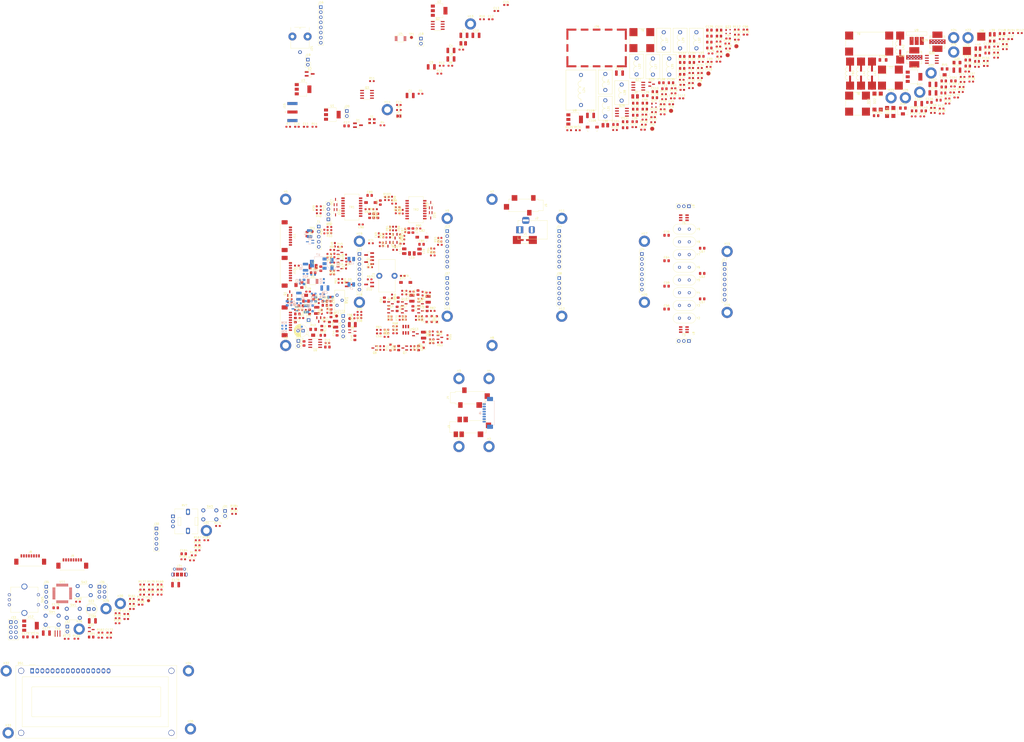
<source format=kicad_pcb>
(kicad_pcb (version 20211014) (generator pcbnew)

  (general
    (thickness 1.6)
  )

  (paper "A4")
  (layers
    (0 "F.Cu" signal)
    (31 "B.Cu" signal)
    (32 "B.Adhes" user "B.Adhesive")
    (33 "F.Adhes" user "F.Adhesive")
    (34 "B.Paste" user)
    (35 "F.Paste" user)
    (36 "B.SilkS" user "B.Silkscreen")
    (37 "F.SilkS" user "F.Silkscreen")
    (38 "B.Mask" user)
    (39 "F.Mask" user)
    (40 "Dwgs.User" user "User.Drawings")
    (41 "Cmts.User" user "User.Comments")
    (42 "Eco1.User" user "User.Eco1")
    (43 "Eco2.User" user "User.Eco2")
    (44 "Edge.Cuts" user)
    (45 "Margin" user)
    (46 "B.CrtYd" user "B.Courtyard")
    (47 "F.CrtYd" user "F.Courtyard")
    (48 "B.Fab" user)
    (49 "F.Fab" user)
    (50 "User.1" user)
    (51 "User.2" user)
    (52 "User.3" user)
    (53 "User.4" user)
    (54 "User.5" user)
    (55 "User.6" user)
    (56 "User.7" user)
    (57 "User.8" user)
    (58 "User.9" user)
  )

  (setup
    (stackup
      (layer "F.SilkS" (type "Top Silk Screen"))
      (layer "F.Paste" (type "Top Solder Paste"))
      (layer "F.Mask" (type "Top Solder Mask") (thickness 0.01))
      (layer "F.Cu" (type "copper") (thickness 0.035))
      (layer "dielectric 1" (type "core") (thickness 1.51) (material "FR4") (epsilon_r 4.5) (loss_tangent 0.02))
      (layer "B.Cu" (type "copper") (thickness 0.035))
      (layer "B.Mask" (type "Bottom Solder Mask") (thickness 0.01))
      (layer "B.Paste" (type "Bottom Solder Paste"))
      (layer "B.SilkS" (type "Bottom Silk Screen"))
      (copper_finish "None")
      (dielectric_constraints no)
    )
    (pad_to_mask_clearance 0)
    (pcbplotparams
      (layerselection 0x00010fc_ffffffff)
      (disableapertmacros false)
      (usegerberextensions false)
      (usegerberattributes true)
      (usegerberadvancedattributes true)
      (creategerberjobfile true)
      (svguseinch false)
      (svgprecision 6)
      (excludeedgelayer true)
      (plotframeref false)
      (viasonmask false)
      (mode 1)
      (useauxorigin false)
      (hpglpennumber 1)
      (hpglpenspeed 20)
      (hpglpendiameter 15.000000)
      (dxfpolygonmode true)
      (dxfimperialunits true)
      (dxfusepcbnewfont true)
      (psnegative false)
      (psa4output false)
      (plotreference true)
      (plotvalue true)
      (plotinvisibletext false)
      (sketchpadsonfab false)
      (subtractmaskfromsilk false)
      (outputformat 1)
      (mirror false)
      (drillshape 1)
      (scaleselection 1)
      (outputdirectory "")
    )
  )

  (net 0 "")
  (net 1 "+12V")
  (net 2 "GND")
  (net 3 "Net-(C2-Pad1)")
  (net 4 "Net-(C3-Pad1)")
  (net 5 "+3.3V")
  (net 6 "+9VA")
  (net 7 "/MIC")
  (net 8 "Net-(C6-Pad2)")
  (net 9 "+5VA")
  (net 10 "Net-(C10-Pad1)")
  (net 11 "Net-(C11-Pad1)")
  (net 12 "Net-(C11-Pad2)")
  (net 13 "Net-(C14-Pad1)")
  (net 14 "Net-(C14-Pad2)")
  (net 15 "Net-(C15-Pad1)")
  (net 16 "/BFO")
  (net 17 "Net-(C16-Pad1)")
  (net 18 "Net-(C16-Pad2)")
  (net 19 "Net-(C17-Pad1)")
  (net 20 "Net-(C17-Pad2)")
  (net 21 "Net-(C18-Pad1)")
  (net 22 "Net-(C18-Pad2)")
  (net 23 "Net-(C19-Pad1)")
  (net 24 "Net-(C19-Pad2)")
  (net 25 "Net-(C20-Pad1)")
  (net 26 "Net-(C20-Pad2)")
  (net 27 "Net-(C22-Pad1)")
  (net 28 "Net-(C23-Pad1)")
  (net 29 "Net-(C23-Pad2)")
  (net 30 "Net-(C25-Pad1)")
  (net 31 "Net-(C25-Pad2)")
  (net 32 "Net-(C26-Pad1)")
  (net 33 "Net-(C27-Pad1)")
  (net 34 "Net-(C27-Pad2)")
  (net 35 "Net-(C28-Pad1)")
  (net 36 "+VRX")
  (net 37 "Net-(C31-Pad1)")
  (net 38 "Net-(C33-Pad1)")
  (net 39 "/Baseband/VAGC")
  (net 40 "Net-(C37-Pad1)")
  (net 41 "Net-(C39-Pad1)")
  (net 42 "Net-(C39-Pad2)")
  (net 43 "Net-(C40-Pad2)")
  (net 44 "Net-(C41-Pad2)")
  (net 45 "Net-(C42-Pad1)")
  (net 46 "/Baseband/SPKR_OUT")
  (net 47 "Net-(C43-Pad2)")
  (net 48 "Net-(C44-Pad2)")
  (net 49 "Net-(C45-Pad1)")
  (net 50 "Net-(C45-Pad2)")
  (net 51 "Net-(C46-Pad1)")
  (net 52 "Net-(C46-Pad2)")
  (net 53 "Net-(C47-Pad1)")
  (net 54 "Net-(C47-Pad2)")
  (net 55 "Net-(C48-Pad1)")
  (net 56 "Net-(C48-Pad2)")
  (net 57 "Net-(C49-Pad1)")
  (net 58 "Net-(C49-Pad2)")
  (net 59 "Net-(C50-Pad1)")
  (net 60 "Net-(C51-Pad2)")
  (net 61 "Net-(C52-Pad1)")
  (net 62 "Net-(C53-Pad1)")
  (net 63 "Net-(C53-Pad2)")
  (net 64 "Net-(C54-Pad2)")
  (net 65 "Net-(C55-Pad1)")
  (net 66 "Net-(C55-Pad2)")
  (net 67 "Net-(C56-Pad2)")
  (net 68 "Net-(C57-Pad2)")
  (net 69 "Net-(C58-Pad1)")
  (net 70 "Net-(C59-Pad2)")
  (net 71 "Net-(C60-Pad2)")
  (net 72 "Net-(C61-Pad1)")
  (net 73 "Net-(C62-Pad2)")
  (net 74 "Net-(C63-Pad2)")
  (net 75 "Net-(C64-Pad2)")
  (net 76 "Net-(C65-Pad1)")
  (net 77 "Net-(C65-Pad2)")
  (net 78 "Net-(C66-Pad2)")
  (net 79 "Net-(C67-Pad2)")
  (net 80 "Net-(C68-Pad1)")
  (net 81 "Net-(C69-Pad1)")
  (net 82 "Net-(C69-Pad2)")
  (net 83 "Net-(C70-Pad2)")
  (net 84 "Net-(C71-Pad2)")
  (net 85 "Net-(C72-Pad1)")
  (net 86 "Net-(C72-Pad2)")
  (net 87 "Net-(C73-Pad2)")
  (net 88 "Net-(C74-Pad2)")
  (net 89 "Net-(C75-Pad2)")
  (net 90 "Net-(C76-Pad1)")
  (net 91 "Net-(C76-Pad2)")
  (net 92 "Net-(C78-Pad1)")
  (net 93 "Net-(C80-Pad1)")
  (net 94 "Net-(C80-Pad2)")
  (net 95 "Net-(C81-Pad1)")
  (net 96 "Net-(C81-Pad2)")
  (net 97 "Net-(C82-Pad1)")
  (net 98 "Net-(C82-Pad2)")
  (net 99 "Net-(C83-Pad2)")
  (net 100 "Net-(C86-Pad1)")
  (net 101 "Net-(C86-Pad2)")
  (net 102 "Net-(C87-Pad2)")
  (net 103 "Net-(C90-Pad2)")
  (net 104 "Net-(C100-Pad1)")
  (net 105 "/70MHz VHF Frontend/VHF_RX")
  (net 106 "Net-(C93-Pad1)")
  (net 107 "/70MHz VHF Frontend/TX_FROM_MIX")
  (net 108 "Net-(C94-Pad2)")
  (net 109 "Net-(C96-Pad2)")
  (net 110 "Net-(C100-Pad2)")
  (net 111 "Net-(C101-Pad2)")
  (net 112 "Net-(C102-Pad2)")
  (net 113 "Net-(C103-Pad1)")
  (net 114 "Net-(C104-Pad2)")
  (net 115 "Net-(C106-Pad1)")
  (net 116 "Net-(C107-Pad2)")
  (net 117 "Net-(C108-Pad1)")
  (net 118 "Net-(C109-Pad2)")
  (net 119 "/70MHz VHF Frontend/+VTX_FE")
  (net 120 "Net-(C111-Pad2)")
  (net 121 "Net-(C112-Pad1)")
  (net 122 "Net-(C112-Pad2)")
  (net 123 "Net-(C114-Pad2)")
  (net 124 "Net-(C115-Pad2)")
  (net 125 "/70MHz VHF Frontend/12V")
  (net 126 "Net-(C118-Pad2)")
  (net 127 "Net-(C119-Pad1)")
  (net 128 "Net-(C120-Pad1)")
  (net 129 "Net-(C120-Pad2)")
  (net 130 "Net-(C121-Pad1)")
  (net 131 "Net-(C125-Pad2)")
  (net 132 "Net-(C126-Pad1)")
  (net 133 "Net-(C128-Pad1)")
  (net 134 "Net-(C128-Pad2)")
  (net 135 "Net-(C129-Pad1)")
  (net 136 "/70MHz VHF Frontend/RX_TO_MIX")
  (net 137 "/70MHz VHF Frontend/VHF_TX")
  (net 138 "Net-(C136-Pad1)")
  (net 139 "Net-(C136-Pad2)")
  (net 140 "/PA 70MHz/12V")
  (net 141 "VGG1")
  (net 142 "Net-(C140-Pad1)")
  (net 143 "Net-(C140-Pad2)")
  (net 144 "Net-(C143-Pad1)")
  (net 145 "Net-(C143-Pad2)")
  (net 146 "Net-(C144-Pad1)")
  (net 147 "Net-(C144-Pad2)")
  (net 148 "VGG2")
  (net 149 "Net-(C147-Pad1)")
  (net 150 "Net-(C147-Pad2)")
  (net 151 "Net-(C148-Pad1)")
  (net 152 "Net-(C148-Pad2)")
  (net 153 "Net-(C149-Pad1)")
  (net 154 "Net-(C152-Pad1)")
  (net 155 "/PA 70MHz/VG_5V")
  (net 156 "Net-(C155-Pad2)")
  (net 157 "Net-(C156-Pad2)")
  (net 158 "Net-(C159-Pad2)")
  (net 159 "Net-(C161-Pad2)")
  (net 160 "Net-(C162-Pad2)")
  (net 161 "/PA 70MHz/PA_OUT")
  (net 162 "/Control on separate board/ENC_B")
  (net 163 "/Control on separate board/ENC_A")
  (net 164 "/Control on separate board/3.3V_UI")
  (net 165 "Net-(C169-Pad1)")
  (net 166 "Net-(C171-Pad1)")
  (net 167 "Net-(C172-Pad1)")
  (net 168 "Net-(C173-Pad2)")
  (net 169 "/Control on separate board/CW_TONE")
  (net 170 "Net-(C176-Pad1)")
  (net 171 "/Control on separate board/5V")
  (net 172 "Net-(D2-Pad1)")
  (net 173 "Net-(D5-Pad1)")
  (net 174 "Net-(D5-Pad2)")
  (net 175 "Net-(D6-Pad1)")
  (net 176 "Net-(D6-Pad2)")
  (net 177 "Net-(D7-Pad2)")
  (net 178 "Net-(D8-Pad2)")
  (net 179 "Net-(D9-Pad1)")
  (net 180 "Net-(D10-Pad3)")
  (net 181 "Net-(D10-Pad1)")
  (net 182 "Net-(D11-Pad1)")
  (net 183 "Net-(D11-Pad3)")
  (net 184 "Net-(D13-Pad2)")
  (net 185 "Net-(D14-Pad2)")
  (net 186 "Net-(D15-Pad2)")
  (net 187 "Net-(D16-Pad1)")
  (net 188 "Net-(D16-Pad2)")
  (net 189 "Net-(D16-Pad3)")
  (net 190 "Net-(D17-Pad3)")
  (net 191 "Net-(D18-Pad1)")
  (net 192 "Net-(D18-Pad2)")
  (net 193 "Net-(D18-Pad3)")
  (net 194 "Net-(D19-Pad3)")
  (net 195 "Net-(D20-Pad2)")
  (net 196 "Net-(D21-Pad2)")
  (net 197 "/Control on separate board/STATUSn")
  (net 198 "Net-(D23-Pad2)")
  (net 199 "unconnected-(DS1-Pad1)")
  (net 200 "unconnected-(DS1-Pad2)")
  (net 201 "unconnected-(DS1-Pad3)")
  (net 202 "unconnected-(DS1-Pad4)")
  (net 203 "unconnected-(DS1-Pad5)")
  (net 204 "unconnected-(DS1-Pad6)")
  (net 205 "unconnected-(DS1-Pad7)")
  (net 206 "unconnected-(DS1-Pad8)")
  (net 207 "unconnected-(DS1-Pad9)")
  (net 208 "unconnected-(DS1-Pad10)")
  (net 209 "unconnected-(DS1-Pad11)")
  (net 210 "unconnected-(DS1-Pad12)")
  (net 211 "unconnected-(DS1-Pad13)")
  (net 212 "unconnected-(DS1-Pad14)")
  (net 213 "unconnected-(DS1-Pad15)")
  (net 214 "unconnected-(DS1-Pad16)")
  (net 215 "Net-(FB1-Pad2)")
  (net 216 "Net-(FB3-Pad1)")
  (net 217 "unconnected-(J3-PadNC)")
  (net 218 "Net-(J3-PadR1)")
  (net 219 "unconnected-(J3-PadR2)")
  (net 220 "Net-(J3-PadS)")
  (net 221 "Net-(J3-PadT)")
  (net 222 "unconnected-(J3-PadTN)")
  (net 223 "Net-(J4-PadR)")
  (net 224 "Net-(J4-PadTN)")
  (net 225 "/CW_RING")
  (net 226 "/CW_TIP")
  (net 227 "unconnected-(J5-PadTN)")
  (net 228 "unconnected-(J6-Pad5)")
  (net 229 "Net-(J7-Pad1)")
  (net 230 "unconnected-(J7-Pad4)")
  (net 231 "/Baseband/SPKR_DET")
  (net 232 "/Control on separate board/CW_TIP")
  (net 233 "/Control on separate board/CW_RING")
  (net 234 "/Control on separate board/CW_KEYn")
  (net 235 "/Control on separate board/MIC_PTTn")
  (net 236 "/Control on separate board/EN_TX")
  (net 237 "/Control on separate board/EN_RX")
  (net 238 "/Control on separate board/S_METER")
  (net 239 "/Control on separate board/SCL")
  (net 240 "/Control on separate board/SDA")
  (net 241 "/Control on separate board/MUTE_MICn")
  (net 242 "/Control on separate board/SPKR_VOL")
  (net 243 "unconnected-(J9-Pad6)")
  (net 244 "/EN_VRX")
  (net 245 "/EN_VTX")
  (net 246 "/MIC_PTTn")
  (net 247 "/Baseband/CW_KEYn")
  (net 248 "/Baseband/CW_TONE")
  (net 249 "unconnected-(J12-Pad3)")
  (net 250 "/Baseband/SPKR_VOL")
  (net 251 "/MUTE_MICn")
  (net 252 "/SDA")
  (net 253 "/SCL")
  (net 254 "/S_METER")
  (net 255 "/Baseband/VHF_IN")
  (net 256 "/Baseband/VHF_OUT")
  (net 257 "/70MHz VHF Frontend/EN_VRX")
  (net 258 "/70MHz VHF Frontend/EN_VTX")
  (net 259 "/PA 70MHz/PA_IN")
  (net 260 "/PA 70MHz/EN_PA")
  (net 261 "/CLK1")
  (net 262 "Net-(J22-Pad2)")
  (net 263 "+VTX")
  (net 264 "Net-(J24-Pad2)")
  (net 265 "unconnected-(J24-Pad4)")
  (net 266 "unconnected-(J24-Pad5)")
  (net 267 "Net-(J24-Pad7)")
  (net 268 "/Control on separate board/DISP_LAT")
  (net 269 "/Control on separate board/I2C2_SDA")
  (net 270 "/Control on separate board/I2C2_SCL")
  (net 271 "/Control on separate board/PC14")
  (net 272 "/Control on separate board/PC13")
  (net 273 "Net-(J32-Pad1)")
  (net 274 "/Control on separate board/PA0")
  (net 275 "/Control on separate board/USART1_TX")
  (net 276 "/Control on separate board/USART1_RX")
  (net 277 "/Control on separate board/PB15")
  (net 278 "unconnected-(J34-Pad1)")
  (net 279 "/Control on separate board/USB_DM")
  (net 280 "/Control on separate board/USB_DP")
  (net 281 "Net-(J34-Pad4)")
  (net 282 "/Control on separate board/SWCLK")
  (net 283 "/Control on separate board/SWDIO")
  (net 284 "/Control on separate board/RESETn")
  (net 285 "Net-(J36-Pad3)")
  (net 286 "Net-(J36-Pad4)")
  (net 287 "/LO1")
  (net 288 "Net-(L14-Pad1)")
  (net 289 "Net-(L15-Pad1)")
  (net 290 "Net-(L19-Pad1)")
  (net 291 "Net-(L21-Pad2)")
  (net 292 "Net-(L23-Pad2)")
  (net 293 "Net-(L25-Pad2)")
  (net 294 "Net-(L39-Pad2)")
  (net 295 "Net-(L40-Pad2)")
  (net 296 "Net-(Q1-Pad1)")
  (net 297 "Net-(Q2-Pad4)")
  (net 298 "Net-(Q3-Pad4)")
  (net 299 "Net-(Q6-Pad1)")
  (net 300 "Net-(Q6-Pad2)")
  (net 301 "Net-(Q7-Pad1)")
  (net 302 "Net-(Q10-Pad1)")
  (net 303 "Net-(Q10-Pad2)")
  (net 304 "Net-(Q11-Pad1)")
  (net 305 "Net-(Q11-Pad3)")
  (net 306 "Net-(Q13-Pad1)")
  (net 307 "Net-(Q14-Pad2)")
  (net 308 "Net-(Q14-Pad3)")
  (net 309 "Net-(Q16-Pad2)")
  (net 310 "Net-(Q18-Pad2)")
  (net 311 "Net-(Q20-Pad1)")
  (net 312 "Net-(Q21-Pad1)")
  (net 313 "Net-(Q23-Pad1)")
  (net 314 "Net-(Q24-Pad4)")
  (net 315 "/70MHz VHF Frontend/+9V_FE")
  (net 316 "Net-(Q26-Pad4)")
  (net 317 "/70MHz VHF Frontend/+VRX_FE")
  (net 318 "Net-(Q27-Pad4)")
  (net 319 "Net-(Q30-Pad4)")
  (net 320 "Net-(R22-Pad2)")
  (net 321 "Net-(R23-Pad2)")
  (net 322 "Net-(R28-Pad2)")
  (net 323 "Net-(R31-Pad1)")
  (net 324 "Net-(R31-Pad2)")
  (net 325 "Net-(R35-Pad1)")
  (net 326 "Net-(R36-Pad1)")
  (net 327 "Net-(R93-Pad1)")
  (net 328 "Net-(R103-Pad2)")
  (net 329 "Net-(R104-Pad2)")
  (net 330 "Net-(R100-Pad1)")
  (net 331 "Net-(R101-Pad1)")
  (net 332 "Net-(R111-Pad2)")
  (net 333 "Net-(R135-Pad1)")
  (net 334 "Net-(R140-Pad1)")
  (net 335 "Net-(J27-Pad1)")
  (net 336 "Net-(R157-Pad1)")
  (net 337 "Net-(R159-Pad1)")
  (net 338 "Net-(R160-Pad1)")
  (net 339 "Net-(R161-Pad2)")
  (net 340 "/Control on separate board/BTN0")
  (net 341 "/Control on separate board/BTN1")
  (net 342 "/Control on separate board/BTN2")
  (net 343 "/Control on separate board/BTN3")
  (net 344 "Net-(R168-Pad1)")
  (net 345 "/Control on separate board/ENC_BTN")
  (net 346 "/Control on separate board/XTAL1")
  (net 347 "/Control on separate board/XTAL2")
  (net 348 "/Control on separate board/PWM_CW")
  (net 349 "/Control on separate board/MUTE_SPKR")
  (net 350 "Net-(R178-Pad2)")
  (net 351 "Net-(R179-Pad2)")
  (net 352 "Net-(R180-Pad2)")
  (net 353 "/Control on separate board/BOOT0")
  (net 354 "/Control on separate board/BOOT1")
  (net 355 "unconnected-(T3-Pad2)")
  (net 356 "unconnected-(T5-Pad2)")
  (net 357 "unconnected-(TR1-Pad10)")
  (net 358 "unconnected-(TR1-Pad15)")
  (net 359 "unconnected-(TR2-Pad10)")
  (net 360 "unconnected-(TR2-Pad15)")
  (net 361 "Net-(U4-Pad3)")
  (net 362 "unconnected-(U11-Pad14)")
  (net 363 "unconnected-(U11-Pad40)")
  (net 364 "Net-(D22-Pad2)")
  (net 365 "unconnected-(T4-Pad2)")
  (net 366 "Net-(D1-Pad1)")
  (net 367 "Net-(J16-Pad5)")
  (net 368 "unconnected-(J37-Pad6)")
  (net 369 "unconnected-(J38-Pad6)")
  (net 370 "/Baseband/3V3_MIC")
  (net 371 "Net-(U5-Pad6)")

  (footprint "Capacitor_SMD:C_0603_1608Metric_Pad1.08x0.95mm_HandSolder" (layer "F.Cu") (at -75.99 242.44))

  (footprint "Capacitor_SMD:C_0805_2012Metric_Pad1.18x1.45mm_HandSolder" (layer "F.Cu") (at -34.37 200.55))

  (footprint "Resistor_SMD:R_0603_1608Metric_Pad0.98x0.95mm_HandSolder" (layer "F.Cu") (at 200.312 -20.032))

  (footprint "Crystal:Crystal_HC49-U_Vertical" (layer "F.Cu") (at 213.065 63.81))

  (footprint "Resistor_SMD:R_0603_1608Metric_Pad0.98x0.95mm_HandSolder" (layer "F.Cu") (at 365.954 -45.614))

  (footprint "Resistor_SMD:R_0603_1608Metric_Pad0.98x0.95mm_HandSolder" (layer "F.Cu") (at 89.916 79.248))

  (footprint "Package_SO:MSOP-10_3x3mm_P0.5mm" (layer "F.Cu") (at 29.972 64.516))

  (footprint "Connector_Molex:Molex_PicoBlade_53261-0871_1x08-1MP_P1.25mm_Horizontal" (layer "F.Cu") (at 16.495 41.91 -90))

  (footprint "mpb:four_4mm_pads_narrow" (layer "F.Cu") (at 318.349 -37.179))

  (footprint "Potentiometer_SMD:Potentiometer_Bourns_3214W_Vertical" (layer "F.Cu") (at 23.114 66.294 -90))

  (footprint "Potentiometer_SMD:Potentiometer_Bourns_3214W_Vertical" (layer "F.Cu") (at 26.67 72.898 180))

  (footprint "Resistor_SMD:R_0603_1608Metric_Pad0.98x0.95mm_HandSolder" (layer "F.Cu") (at 228.572 -49.332))

  (footprint "Capacitor_SMD:C_0603_1608Metric_Pad1.08x0.95mm_HandSolder" (layer "F.Cu") (at 214.062 -26.922))

  (footprint "Package_TO_SOT_SMD:SOT-223-3_TabPin2" (layer "F.Cu") (at 25.19 -31.47))

  (footprint "Resistor_SMD:R_0603_1608Metric_Pad0.98x0.95mm_HandSolder" (layer "F.Cu") (at 59.0785 45.466))

  (footprint "Capacitor_SMD:C_0603_1608Metric_Pad1.08x0.95mm_HandSolder" (layer "F.Cu") (at 41.0695 46.228 90))

  (footprint "Capacitor_SMD:C_1210_3225Metric_Pad1.33x2.70mm_HandSolder" (layer "F.Cu") (at 111.5 -58.39))

  (footprint "Capacitor_SMD:C_1210_3225Metric_Pad1.33x2.70mm_HandSolder" (layer "F.Cu") (at 99 -46.59))

  (footprint "Resistor_SMD:R_0603_1608Metric_Pad0.98x0.95mm_HandSolder" (layer "F.Cu") (at 204.662 -21.462))

  (footprint "Capacitor_SMD:C_0805_2012Metric_Pad1.18x1.45mm_HandSolder" (layer "F.Cu") (at 344.974 -32.604))

  (footprint "Capacitor_SMD:C_0805_2012Metric_Pad1.18x1.45mm_HandSolder" (layer "F.Cu") (at 369.114 -55.524))

  (footprint "Diode_SMD:D_SOD-123F" (layer "F.Cu") (at 86.868 83.312 90))

  (footprint "Resistor_SMD:R_0603_1608Metric_Pad0.98x0.95mm_HandSolder" (layer "F.Cu") (at 38.354 40.386 180))

  (footprint "mpb:PLD-1.5W" (layer "F.Cu") (at 341.809 -55.199))

  (footprint "Capacitor_SMD:C_0805_2012Metric_Pad1.18x1.45mm_HandSolder" (layer "F.Cu") (at 337.824 -24.914))

  (footprint "Capacitor_SMD:C_0805_2012Metric_Pad1.18x1.45mm_HandSolder" (layer "F.Cu") (at 219.242 -47.852))

  (footprint "Resistor_SMD:R_0805_2012Metric" (layer "F.Cu") (at 361.574 -45.394))

  (footprint "Connector_BarrelJack:BarrelJack_Horizontal" (layer "F.Cu") (at 133.35 38.735 180))

  (footprint "Resistor_SMD:R_0603_1608Metric_Pad0.98x0.95mm_HandSolder" (layer "F.Cu") (at 371.134 -52.764))

  (footprint "Connector_Molex:Molex_PicoBlade_53261-0871_1x08-1MP_P1.25mm_Horizontal" (layer "F.Cu") (at 16.495 59.69 -90))

  (footprint "Package_TO_SOT_SMD:SOT-23" (layer "F.Cu") (at 60.96 97.79 180))

  (footprint "MountingHole:MountingHole_3.2mm_M3_DIN965_Pad" (layer "F.Cu") (at -86.55 238.15))

  (footprint "Resistor_SMD:R_0603_1608Metric_Pad0.98x0.95mm_HandSolder" (layer "F.Cu") (at 98.72 -43.21))

  (footprint "Resistor_SMD:R_0603_1608Metric_Pad0.98x0.95mm_HandSolder" (layer "F.Cu") (at 46.6575 52.07 90))

  (footprint "Inductor_SMD:L_1008_2520Metric_Pad1.43x2.20mm_HandSolder" (layer "F.Cu") (at 83.312 49.53 -90))

  (footprint "Inductor_SMD:L_1008_2520Metric_Pad1.43x2.20mm_HandSolder" (layer "F.Cu") (at 105.13 -54.39))

  (footprint "Connector_PinHeader_2.54mm:PinHeader_2x04_P2.54mm_Vertical" (layer "F.Cu") (at -120.65 234.65))

  (footprint "Package_TO_SOT_SMD:SOT-23_Handsoldering" (layer "F.Cu") (at 58.166 54.864 180))

  (footprint "Capacitor_SMD:C_0805_2012Metric_Pad1.18x1.45mm_HandSolder" (layer "F.Cu") (at 311.214 -18.274))

  (footprint "Capacitor_SMD:C_0603_1608Metric_Pad1.08x0.95mm_HandSolder" (layer "F.Cu") (at 40.8155 51.562 90))

  (footprint "mpb:two_4mm_pads" (layer "F.Cu") (at 135.89 43.815 -90))

  (footprint "Capacitor_SMD:C_0805_2012Metric_Pad1.18x1.45mm_HandSolder" (layer "F.Cu") (at 82.804 97.79 -90))

  (footprint "Resistor_SMD:R_0603_1608Metric_Pad0.98x0.95mm_HandSolder" (layer "F.Cu") (at -87.95 242.98))

  (footprint "Capacitor_SMD:C_0603_1608Metric_Pad1.08x0.95mm_HandSolder" (layer "F.Cu") (at 74.676 45.72))

  (footprint "Resistor_SMD:R_0603_1608Metric_Pad0.98x0.95mm_HandSolder" (layer "F.Cu") (at 39.7995 48.768))

  (footprint "Resistor_SMD:R_0603_1608Metric_Pad0.98x0.95mm_HandSolder" (layer "F.Cu") (at -92.82 243.03))

  (footprint "Inductor_SMD:L_0805_2012Metric_Pad1.15x1.40mm_HandSolder" (layer "F.Cu") (at 224.022 -47.882))

  (footprint "TestPoint:TestPoint_Pad_D2.0mm" (layer "F.Cu") (at 227.502 -39.362))

  (footprint "Resistor_SMD:R_0603_1608Metric_Pad0.98x0.95mm_HandSolder" (layer "F.Cu") (at 371.094 -49.754))

  (footprint "Package_TO_SOT_SMD:SOT-323_SC-70_Handsoldering" (layer "F.Cu") (at 41.402 24.8705 90))

  (footprint "Resistor_SMD:R_0603_1608Metric_Pad0.98x0.95mm_HandSolder" (layer "F.Cu") (at 346.854 -24.324))

  (footprint "Resistor_SMD:R_0603_1608Metric_Pad0.98x0.95mm_HandSolder" (layer "F.Cu") (at 74.676 70.104 -90))

  (footprint "Capacitor_SMD:C_0603_1608Metric_Pad1.08x0.95mm_HandSolder" (layer "F.Cu") (at 76.454 82.804 90))

  (footprint "Potentiometer_SMD:Potentiometer_Bourns_3214W_Vertical" (layer "F.Cu")
    (tedit 5A3D7171) (tstamp 16ca3596-7e3f-4ba5-bc08-3da5a247f38e)
    (at 324.584 -20.604)
    (descr "Potentiometer, vertical, Bourns 3214W, https://www.bourns.com/docs/Product-Datasheets/3214.pdf")
    (tags "Potentiometer vertical Bourns 3214W")
    (property "MPN" "Bourns 3214W-1-102E")
    (property "Need_order" "0")
    (property "Sheetfile" "pa_70.kicad_sch")
    (property "Sheetname" "PA 70MHz")
    (path "/f5953f75-4b48-4b4f-8eb7-dca86201f1bf/00000000-0000-0000-0000-00006063cccd")
    (attr smd)
    (fp_text reference "RV6" (at 0 -3.5) (layer "F.SilkS")
      (effects (font (size 1 1) (thickness 0.15)))
      (tstamp 4401e2c0-ed77-4f4e-8599-d9e9217d8bf3)
    )
    (fp_text value "1k" (at 0 3.5) (layer "F.Fab")
      (effects (font (size 1 1) (thickness 0.15)))
      (tstamp 9bd9ad31-d0d4-4306-989e-f47419131697)
    )
    (fp_text user "${REFERENCE}" (at 0.6 0) (layer "F.Fab")
      (effects (font (size 0.6 0.6) (thickness 0.15)))
      (tstamp bfd78cd3-e9bc-4ca6-bffb-1e2c767f5298)
    )
    (fp_line (start 2.52 -1.87) (end 2.52 1.87) (layer "F.SilkS") (width 0.12) (tstamp 1033e738-8275-4304-836f-6cf8f6774191))
    (fp_line (start -2.52 -1.87) (end -2.52 1.87) (layer "F.SilkS") (width 0.12) (tstamp 3c434d53-c2b3-4863-b25e-714a78a11ec7))
    (fp_line (start -2.52 1.87) (end -1.24 1.87) (layer "F.SilkS") (width 0.12) (tstamp 7ffb0156-fea5-49b6-9dfd-1078bec7b752))
    (fp_line (start 1.24 1.87) (end 2.52 1.87) (layer "F.SilkS") (width 0.12) (tstamp 818a22ed-d0ad-4860-90d7-ceff75c34a4e))
    (fp_line (start -2.52 -1.87) (end -2.14 -1.87) (layer "F.SilkS") (width 0.12) (tstamp ca50cd75-44db-46b3-b152-2f3ffde6a9a7))
    (fp_line (start 2.14 -1.87) (end 2.52 -1.87) (layer "F.SilkS") (width 0.12) (tstamp d440c8e9-c594-4013-9f66-2bf3cbd4ff87))
    (fp_line (start -0.36 -1.87) (end 0.36 -1.87) (layer "F.SilkS") (width 0.12) (tstamp f7d4fc6c-9c18-40db-b78b-6d7bd9522
... [1796194 chars truncated]
</source>
